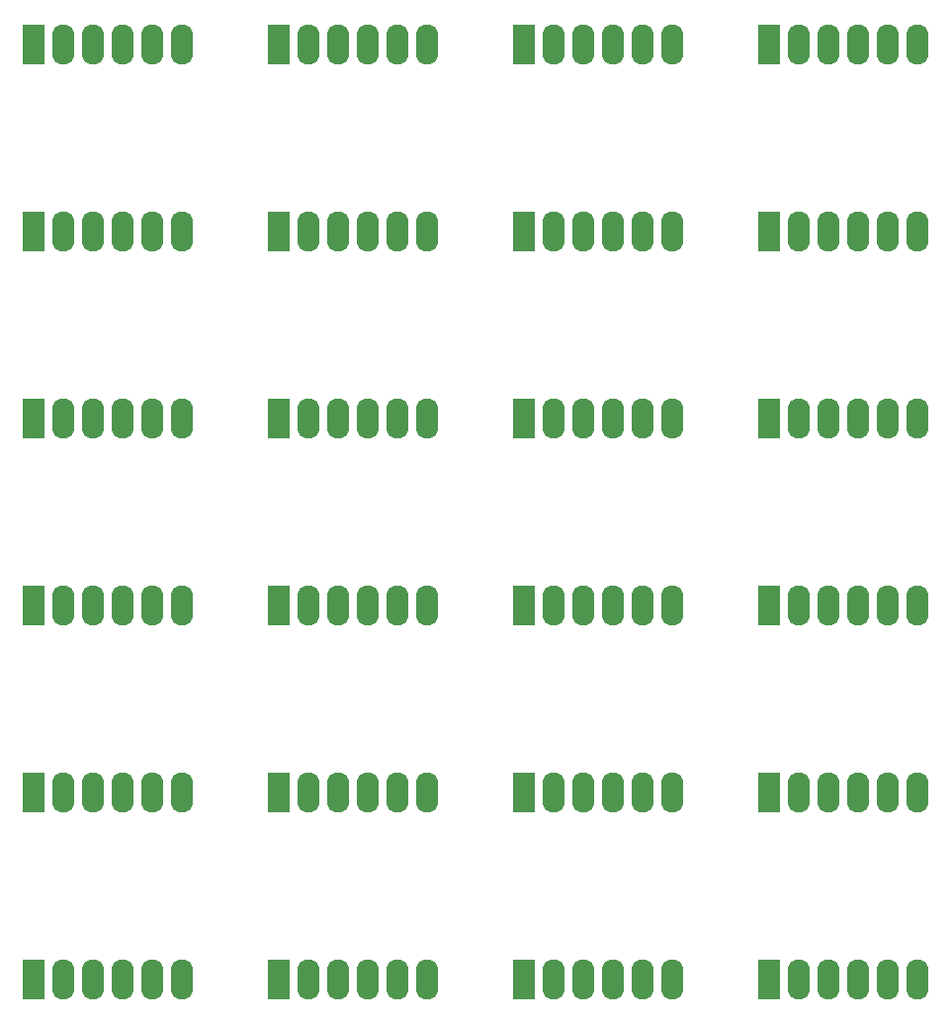
<source format=gbs>
G04 #@! TF.FileFunction,Soldermask,Bot*
%FSLAX46Y46*%
G04 Gerber Fmt 4.6, Leading zero omitted, Abs format (unit mm)*
G04 Created by KiCad (PCBNEW 4.0.1-stable) date 2017/03/05 0:18:17*
%MOMM*%
G01*
G04 APERTURE LIST*
%ADD10C,0.100000*%
%ADD11R,1.924000X3.448000*%
%ADD12O,1.924000X3.448000*%
G04 APERTURE END LIST*
D10*
D11*
X180650000Y-151000000D03*
D12*
X183190000Y-151000000D03*
X185730000Y-151000000D03*
X188270000Y-151000000D03*
X190810000Y-151000000D03*
X193350000Y-151000000D03*
D11*
X180650000Y-135000000D03*
D12*
X183190000Y-135000000D03*
X185730000Y-135000000D03*
X188270000Y-135000000D03*
X190810000Y-135000000D03*
X193350000Y-135000000D03*
D11*
X138650000Y-135000000D03*
D12*
X141190000Y-135000000D03*
X143730000Y-135000000D03*
X146270000Y-135000000D03*
X148810000Y-135000000D03*
X151350000Y-135000000D03*
D11*
X138650000Y-151000000D03*
D12*
X141190000Y-151000000D03*
X143730000Y-151000000D03*
X146270000Y-151000000D03*
X148810000Y-151000000D03*
X151350000Y-151000000D03*
D11*
X201650000Y-135000000D03*
D12*
X204190000Y-135000000D03*
X206730000Y-135000000D03*
X209270000Y-135000000D03*
X211810000Y-135000000D03*
X214350000Y-135000000D03*
D11*
X201650000Y-151000000D03*
D12*
X204190000Y-151000000D03*
X206730000Y-151000000D03*
X209270000Y-151000000D03*
X211810000Y-151000000D03*
X214350000Y-151000000D03*
D11*
X159650000Y-135000000D03*
D12*
X162190000Y-135000000D03*
X164730000Y-135000000D03*
X167270000Y-135000000D03*
X169810000Y-135000000D03*
X172350000Y-135000000D03*
D11*
X159650000Y-151000000D03*
D12*
X162190000Y-151000000D03*
X164730000Y-151000000D03*
X167270000Y-151000000D03*
X169810000Y-151000000D03*
X172350000Y-151000000D03*
D11*
X201650000Y-119000000D03*
D12*
X204190000Y-119000000D03*
X206730000Y-119000000D03*
X209270000Y-119000000D03*
X211810000Y-119000000D03*
X214350000Y-119000000D03*
D11*
X180650000Y-119000000D03*
D12*
X183190000Y-119000000D03*
X185730000Y-119000000D03*
X188270000Y-119000000D03*
X190810000Y-119000000D03*
X193350000Y-119000000D03*
D11*
X138650000Y-119000000D03*
D12*
X141190000Y-119000000D03*
X143730000Y-119000000D03*
X146270000Y-119000000D03*
X148810000Y-119000000D03*
X151350000Y-119000000D03*
D11*
X159650000Y-119000000D03*
D12*
X162190000Y-119000000D03*
X164730000Y-119000000D03*
X167270000Y-119000000D03*
X169810000Y-119000000D03*
X172350000Y-119000000D03*
D11*
X138650000Y-103000000D03*
D12*
X141190000Y-103000000D03*
X143730000Y-103000000D03*
X146270000Y-103000000D03*
X148810000Y-103000000D03*
X151350000Y-103000000D03*
D11*
X159650000Y-103000000D03*
D12*
X162190000Y-103000000D03*
X164730000Y-103000000D03*
X167270000Y-103000000D03*
X169810000Y-103000000D03*
X172350000Y-103000000D03*
D11*
X180650000Y-103000000D03*
D12*
X183190000Y-103000000D03*
X185730000Y-103000000D03*
X188270000Y-103000000D03*
X190810000Y-103000000D03*
X193350000Y-103000000D03*
D11*
X201650000Y-103000000D03*
D12*
X204190000Y-103000000D03*
X206730000Y-103000000D03*
X209270000Y-103000000D03*
X211810000Y-103000000D03*
X214350000Y-103000000D03*
D11*
X138650000Y-103000000D03*
D12*
X141190000Y-103000000D03*
X143730000Y-103000000D03*
X146270000Y-103000000D03*
X148810000Y-103000000D03*
X151350000Y-103000000D03*
D11*
X138650000Y-87000000D03*
D12*
X141190000Y-87000000D03*
X143730000Y-87000000D03*
X146270000Y-87000000D03*
X148810000Y-87000000D03*
X151350000Y-87000000D03*
D11*
X159650000Y-87000000D03*
D12*
X162190000Y-87000000D03*
X164730000Y-87000000D03*
X167270000Y-87000000D03*
X169810000Y-87000000D03*
X172350000Y-87000000D03*
D11*
X180650000Y-87000000D03*
D12*
X183190000Y-87000000D03*
X185730000Y-87000000D03*
X188270000Y-87000000D03*
X190810000Y-87000000D03*
X193350000Y-87000000D03*
D11*
X201650000Y-87000000D03*
D12*
X204190000Y-87000000D03*
X206730000Y-87000000D03*
X209270000Y-87000000D03*
X211810000Y-87000000D03*
X214350000Y-87000000D03*
D11*
X138650000Y-71000000D03*
D12*
X141190000Y-71000000D03*
X143730000Y-71000000D03*
X146270000Y-71000000D03*
X148810000Y-71000000D03*
X151350000Y-71000000D03*
D11*
X159650000Y-71000000D03*
D12*
X162190000Y-71000000D03*
X164730000Y-71000000D03*
X167270000Y-71000000D03*
X169810000Y-71000000D03*
X172350000Y-71000000D03*
D11*
X180650000Y-71000000D03*
D12*
X183190000Y-71000000D03*
X185730000Y-71000000D03*
X188270000Y-71000000D03*
X190810000Y-71000000D03*
X193350000Y-71000000D03*
D11*
X201650000Y-71000000D03*
D12*
X204190000Y-71000000D03*
X206730000Y-71000000D03*
X209270000Y-71000000D03*
X211810000Y-71000000D03*
X214350000Y-71000000D03*
M02*

</source>
